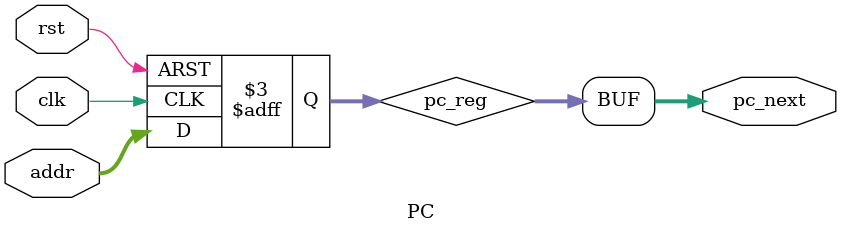
<source format=v>
`timescale 1ns / 1ps


module PC(
    input clk,
    input rst,
    input [31:0] addr,
    output [31:0] pc_next
    );
    
    reg [31:0] pc_reg;
    initial pc_reg=32'h00000000;
    
    always@(posedge clk or posedge rst)begin
       if(rst) pc_reg<=32'h00000000;
       else   pc_reg<=addr;
    end
    
    assign pc_next=pc_reg;
    
endmodule

</source>
